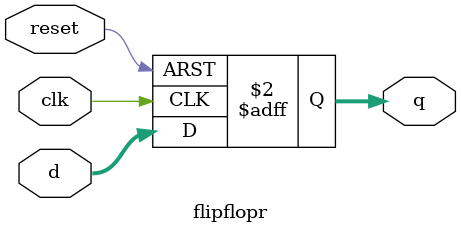
<source format=sv>
module flipflopr #(parameter WIDTH = 8)
              (input  logic             clk, reset,
               input  logic [WIDTH-1:0] d,
               output logic [WIDTH-1:0] q);

  always_ff @(posedge clk, posedge reset)
    if (reset) q <= 0;
    else       q <= d;
	 
endmodule
</source>
